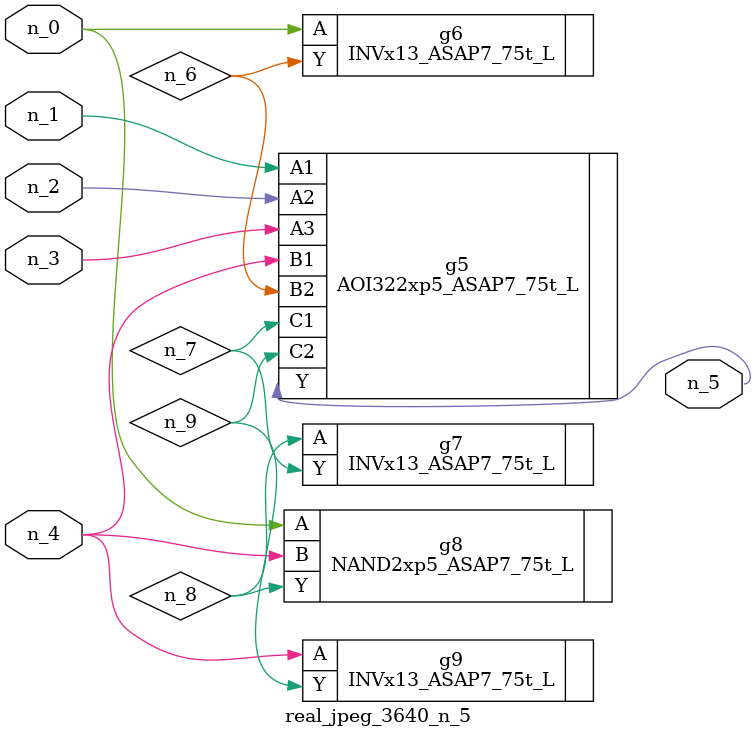
<source format=v>
module real_jpeg_3640_n_5 (n_4, n_0, n_1, n_2, n_3, n_5);

input n_4;
input n_0;
input n_1;
input n_2;
input n_3;

output n_5;

wire n_8;
wire n_6;
wire n_7;
wire n_9;

INVx13_ASAP7_75t_L g6 ( 
.A(n_0),
.Y(n_6)
);

NAND2xp5_ASAP7_75t_L g8 ( 
.A(n_0),
.B(n_4),
.Y(n_8)
);

AOI322xp5_ASAP7_75t_L g5 ( 
.A1(n_1),
.A2(n_2),
.A3(n_3),
.B1(n_4),
.B2(n_6),
.C1(n_7),
.C2(n_9),
.Y(n_5)
);

INVx13_ASAP7_75t_L g9 ( 
.A(n_4),
.Y(n_9)
);

INVx13_ASAP7_75t_L g7 ( 
.A(n_8),
.Y(n_7)
);


endmodule
</source>
